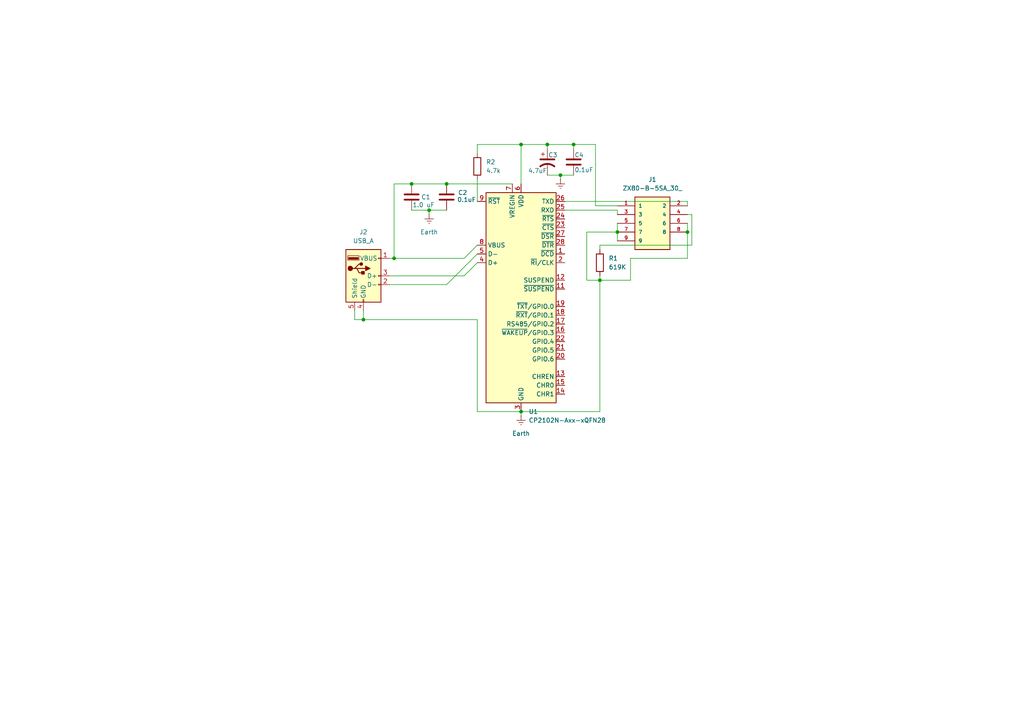
<source format=kicad_sch>
(kicad_sch
	(version 20231120)
	(generator "eeschema")
	(generator_version "8.0")
	(uuid "2a75766d-6ca4-4788-867c-f288d7e44885")
	(paper "A4")
	(title_block
		(title "Samsung UART Jig (619K Ohm Version)")
		(date "2024-06-23")
		(rev "1.0")
		(company "Otus9051")
	)
	(lib_symbols
		(symbol "Connector:USB_A"
			(pin_names
				(offset 1.016)
			)
			(exclude_from_sim no)
			(in_bom yes)
			(on_board yes)
			(property "Reference" "J"
				(at -5.08 11.43 0)
				(effects
					(font
						(size 1.27 1.27)
					)
					(justify left)
				)
			)
			(property "Value" "USB_A"
				(at -5.08 8.89 0)
				(effects
					(font
						(size 1.27 1.27)
					)
					(justify left)
				)
			)
			(property "Footprint" ""
				(at 3.81 -1.27 0)
				(effects
					(font
						(size 1.27 1.27)
					)
					(hide yes)
				)
			)
			(property "Datasheet" "~"
				(at 3.81 -1.27 0)
				(effects
					(font
						(size 1.27 1.27)
					)
					(hide yes)
				)
			)
			(property "Description" "USB Type A connector"
				(at 0 0 0)
				(effects
					(font
						(size 1.27 1.27)
					)
					(hide yes)
				)
			)
			(property "ki_keywords" "connector USB"
				(at 0 0 0)
				(effects
					(font
						(size 1.27 1.27)
					)
					(hide yes)
				)
			)
			(property "ki_fp_filters" "USB*"
				(at 0 0 0)
				(effects
					(font
						(size 1.27 1.27)
					)
					(hide yes)
				)
			)
			(symbol "USB_A_0_1"
				(rectangle
					(start -5.08 -7.62)
					(end 5.08 7.62)
					(stroke
						(width 0.254)
						(type default)
					)
					(fill
						(type background)
					)
				)
				(circle
					(center -3.81 2.159)
					(radius 0.635)
					(stroke
						(width 0.254)
						(type default)
					)
					(fill
						(type outline)
					)
				)
				(rectangle
					(start -1.524 4.826)
					(end -4.318 5.334)
					(stroke
						(width 0)
						(type default)
					)
					(fill
						(type outline)
					)
				)
				(rectangle
					(start -1.27 4.572)
					(end -4.572 5.842)
					(stroke
						(width 0)
						(type default)
					)
					(fill
						(type none)
					)
				)
				(circle
					(center -0.635 3.429)
					(radius 0.381)
					(stroke
						(width 0.254)
						(type default)
					)
					(fill
						(type outline)
					)
				)
				(rectangle
					(start -0.127 -7.62)
					(end 0.127 -6.858)
					(stroke
						(width 0)
						(type default)
					)
					(fill
						(type none)
					)
				)
				(polyline
					(pts
						(xy -3.175 2.159) (xy -2.54 2.159) (xy -1.27 3.429) (xy -0.635 3.429)
					)
					(stroke
						(width 0.254)
						(type default)
					)
					(fill
						(type none)
					)
				)
				(polyline
					(pts
						(xy -2.54 2.159) (xy -1.905 2.159) (xy -1.27 0.889) (xy 0 0.889)
					)
					(stroke
						(width 0.254)
						(type default)
					)
					(fill
						(type none)
					)
				)
				(polyline
					(pts
						(xy 0.635 2.794) (xy 0.635 1.524) (xy 1.905 2.159) (xy 0.635 2.794)
					)
					(stroke
						(width 0.254)
						(type default)
					)
					(fill
						(type outline)
					)
				)
				(rectangle
					(start 0.254 1.27)
					(end -0.508 0.508)
					(stroke
						(width 0.254)
						(type default)
					)
					(fill
						(type outline)
					)
				)
				(rectangle
					(start 5.08 -2.667)
					(end 4.318 -2.413)
					(stroke
						(width 0)
						(type default)
					)
					(fill
						(type none)
					)
				)
				(rectangle
					(start 5.08 -0.127)
					(end 4.318 0.127)
					(stroke
						(width 0)
						(type default)
					)
					(fill
						(type none)
					)
				)
				(rectangle
					(start 5.08 4.953)
					(end 4.318 5.207)
					(stroke
						(width 0)
						(type default)
					)
					(fill
						(type none)
					)
				)
			)
			(symbol "USB_A_1_1"
				(polyline
					(pts
						(xy -1.905 2.159) (xy 0.635 2.159)
					)
					(stroke
						(width 0.254)
						(type default)
					)
					(fill
						(type none)
					)
				)
				(pin power_in line
					(at 7.62 5.08 180)
					(length 2.54)
					(name "VBUS"
						(effects
							(font
								(size 1.27 1.27)
							)
						)
					)
					(number "1"
						(effects
							(font
								(size 1.27 1.27)
							)
						)
					)
				)
				(pin bidirectional line
					(at 7.62 -2.54 180)
					(length 2.54)
					(name "D-"
						(effects
							(font
								(size 1.27 1.27)
							)
						)
					)
					(number "2"
						(effects
							(font
								(size 1.27 1.27)
							)
						)
					)
				)
				(pin bidirectional line
					(at 7.62 0 180)
					(length 2.54)
					(name "D+"
						(effects
							(font
								(size 1.27 1.27)
							)
						)
					)
					(number "3"
						(effects
							(font
								(size 1.27 1.27)
							)
						)
					)
				)
				(pin power_in line
					(at 0 -10.16 90)
					(length 2.54)
					(name "GND"
						(effects
							(font
								(size 1.27 1.27)
							)
						)
					)
					(number "4"
						(effects
							(font
								(size 1.27 1.27)
							)
						)
					)
				)
				(pin passive line
					(at -2.54 -10.16 90)
					(length 2.54)
					(name "Shield"
						(effects
							(font
								(size 1.27 1.27)
							)
						)
					)
					(number "5"
						(effects
							(font
								(size 1.27 1.27)
							)
						)
					)
				)
			)
		)
		(symbol "Device:C"
			(pin_numbers hide)
			(pin_names
				(offset 0.254)
			)
			(exclude_from_sim no)
			(in_bom yes)
			(on_board yes)
			(property "Reference" "C"
				(at 0.635 2.54 0)
				(effects
					(font
						(size 1.27 1.27)
					)
					(justify left)
				)
			)
			(property "Value" "C"
				(at 0.635 -2.54 0)
				(effects
					(font
						(size 1.27 1.27)
					)
					(justify left)
				)
			)
			(property "Footprint" ""
				(at 0.9652 -3.81 0)
				(effects
					(font
						(size 1.27 1.27)
					)
					(hide yes)
				)
			)
			(property "Datasheet" "~"
				(at 0 0 0)
				(effects
					(font
						(size 1.27 1.27)
					)
					(hide yes)
				)
			)
			(property "Description" "Unpolarized capacitor"
				(at 0 0 0)
				(effects
					(font
						(size 1.27 1.27)
					)
					(hide yes)
				)
			)
			(property "ki_keywords" "cap capacitor"
				(at 0 0 0)
				(effects
					(font
						(size 1.27 1.27)
					)
					(hide yes)
				)
			)
			(property "ki_fp_filters" "C_*"
				(at 0 0 0)
				(effects
					(font
						(size 1.27 1.27)
					)
					(hide yes)
				)
			)
			(symbol "C_0_1"
				(polyline
					(pts
						(xy -2.032 -0.762) (xy 2.032 -0.762)
					)
					(stroke
						(width 0.508)
						(type default)
					)
					(fill
						(type none)
					)
				)
				(polyline
					(pts
						(xy -2.032 0.762) (xy 2.032 0.762)
					)
					(stroke
						(width 0.508)
						(type default)
					)
					(fill
						(type none)
					)
				)
			)
			(symbol "C_1_1"
				(pin passive line
					(at 0 3.81 270)
					(length 2.794)
					(name "~"
						(effects
							(font
								(size 1.27 1.27)
							)
						)
					)
					(number "1"
						(effects
							(font
								(size 1.27 1.27)
							)
						)
					)
				)
				(pin passive line
					(at 0 -3.81 90)
					(length 2.794)
					(name "~"
						(effects
							(font
								(size 1.27 1.27)
							)
						)
					)
					(number "2"
						(effects
							(font
								(size 1.27 1.27)
							)
						)
					)
				)
			)
		)
		(symbol "Device:C_Polarized_US"
			(pin_numbers hide)
			(pin_names
				(offset 0.254) hide)
			(exclude_from_sim no)
			(in_bom yes)
			(on_board yes)
			(property "Reference" "C"
				(at 0.635 2.54 0)
				(effects
					(font
						(size 1.27 1.27)
					)
					(justify left)
				)
			)
			(property "Value" "C_Polarized_US"
				(at 0.635 -2.54 0)
				(effects
					(font
						(size 1.27 1.27)
					)
					(justify left)
				)
			)
			(property "Footprint" ""
				(at 0 0 0)
				(effects
					(font
						(size 1.27 1.27)
					)
					(hide yes)
				)
			)
			(property "Datasheet" "~"
				(at 0 0 0)
				(effects
					(font
						(size 1.27 1.27)
					)
					(hide yes)
				)
			)
			(property "Description" "Polarized capacitor, US symbol"
				(at 0 0 0)
				(effects
					(font
						(size 1.27 1.27)
					)
					(hide yes)
				)
			)
			(property "ki_keywords" "cap capacitor"
				(at 0 0 0)
				(effects
					(font
						(size 1.27 1.27)
					)
					(hide yes)
				)
			)
			(property "ki_fp_filters" "CP_*"
				(at 0 0 0)
				(effects
					(font
						(size 1.27 1.27)
					)
					(hide yes)
				)
			)
			(symbol "C_Polarized_US_0_1"
				(polyline
					(pts
						(xy -2.032 0.762) (xy 2.032 0.762)
					)
					(stroke
						(width 0.508)
						(type default)
					)
					(fill
						(type none)
					)
				)
				(polyline
					(pts
						(xy -1.778 2.286) (xy -0.762 2.286)
					)
					(stroke
						(width 0)
						(type default)
					)
					(fill
						(type none)
					)
				)
				(polyline
					(pts
						(xy -1.27 1.778) (xy -1.27 2.794)
					)
					(stroke
						(width 0)
						(type default)
					)
					(fill
						(type none)
					)
				)
				(arc
					(start 2.032 -1.27)
					(mid 0 -0.5572)
					(end -2.032 -1.27)
					(stroke
						(width 0.508)
						(type default)
					)
					(fill
						(type none)
					)
				)
			)
			(symbol "C_Polarized_US_1_1"
				(pin passive line
					(at 0 3.81 270)
					(length 2.794)
					(name "~"
						(effects
							(font
								(size 1.27 1.27)
							)
						)
					)
					(number "1"
						(effects
							(font
								(size 1.27 1.27)
							)
						)
					)
				)
				(pin passive line
					(at 0 -3.81 90)
					(length 3.302)
					(name "~"
						(effects
							(font
								(size 1.27 1.27)
							)
						)
					)
					(number "2"
						(effects
							(font
								(size 1.27 1.27)
							)
						)
					)
				)
			)
		)
		(symbol "Device:R"
			(pin_numbers hide)
			(pin_names
				(offset 0)
			)
			(exclude_from_sim no)
			(in_bom yes)
			(on_board yes)
			(property "Reference" "R"
				(at 2.032 0 90)
				(effects
					(font
						(size 1.27 1.27)
					)
				)
			)
			(property "Value" "R"
				(at 0 0 90)
				(effects
					(font
						(size 1.27 1.27)
					)
				)
			)
			(property "Footprint" ""
				(at -1.778 0 90)
				(effects
					(font
						(size 1.27 1.27)
					)
					(hide yes)
				)
			)
			(property "Datasheet" "~"
				(at 0 0 0)
				(effects
					(font
						(size 1.27 1.27)
					)
					(hide yes)
				)
			)
			(property "Description" "Resistor"
				(at 0 0 0)
				(effects
					(font
						(size 1.27 1.27)
					)
					(hide yes)
				)
			)
			(property "ki_keywords" "R res resistor"
				(at 0 0 0)
				(effects
					(font
						(size 1.27 1.27)
					)
					(hide yes)
				)
			)
			(property "ki_fp_filters" "R_*"
				(at 0 0 0)
				(effects
					(font
						(size 1.27 1.27)
					)
					(hide yes)
				)
			)
			(symbol "R_0_1"
				(rectangle
					(start -1.016 -2.54)
					(end 1.016 2.54)
					(stroke
						(width 0.254)
						(type default)
					)
					(fill
						(type none)
					)
				)
			)
			(symbol "R_1_1"
				(pin passive line
					(at 0 3.81 270)
					(length 1.27)
					(name "~"
						(effects
							(font
								(size 1.27 1.27)
							)
						)
					)
					(number "1"
						(effects
							(font
								(size 1.27 1.27)
							)
						)
					)
				)
				(pin passive line
					(at 0 -3.81 90)
					(length 1.27)
					(name "~"
						(effects
							(font
								(size 1.27 1.27)
							)
						)
					)
					(number "2"
						(effects
							(font
								(size 1.27 1.27)
							)
						)
					)
				)
			)
		)
		(symbol "Interface_USB:CP2102N-Axx-xQFN28"
			(exclude_from_sim no)
			(in_bom yes)
			(on_board yes)
			(property "Reference" "U"
				(at -8.89 31.75 0)
				(effects
					(font
						(size 1.27 1.27)
					)
				)
			)
			(property "Value" "CP2102N-Axx-xQFN28"
				(at 12.7 31.75 0)
				(effects
					(font
						(size 1.27 1.27)
					)
				)
			)
			(property "Footprint" "Package_DFN_QFN:QFN-28-1EP_5x5mm_P0.5mm_EP3.35x3.35mm"
				(at 33.02 -31.75 0)
				(effects
					(font
						(size 1.27 1.27)
					)
					(hide yes)
				)
			)
			(property "Datasheet" "https://www.silabs.com/documents/public/data-sheets/cp2102n-datasheet.pdf"
				(at 1.27 -19.05 0)
				(effects
					(font
						(size 1.27 1.27)
					)
					(hide yes)
				)
			)
			(property "Description" "USB to UART master bridge, QFN-28"
				(at 0 0 0)
				(effects
					(font
						(size 1.27 1.27)
					)
					(hide yes)
				)
			)
			(property "ki_keywords" "USB UART bridge"
				(at 0 0 0)
				(effects
					(font
						(size 1.27 1.27)
					)
					(hide yes)
				)
			)
			(property "ki_fp_filters" "QFN*1EP*5x5mm*P0.5mm*"
				(at 0 0 0)
				(effects
					(font
						(size 1.27 1.27)
					)
					(hide yes)
				)
			)
			(symbol "CP2102N-Axx-xQFN28_0_1"
				(rectangle
					(start -10.16 30.48)
					(end 10.16 -30.48)
					(stroke
						(width 0.254)
						(type default)
					)
					(fill
						(type background)
					)
				)
			)
			(symbol "CP2102N-Axx-xQFN28_1_1"
				(pin input line
					(at 12.7 12.7 180)
					(length 2.54)
					(name "~{DCD}"
						(effects
							(font
								(size 1.27 1.27)
							)
						)
					)
					(number "1"
						(effects
							(font
								(size 1.27 1.27)
							)
						)
					)
				)
				(pin no_connect line
					(at -10.16 -27.94 0)
					(length 2.54) hide
					(name "NC"
						(effects
							(font
								(size 1.27 1.27)
							)
						)
					)
					(number "10"
						(effects
							(font
								(size 1.27 1.27)
							)
						)
					)
				)
				(pin output line
					(at 12.7 2.54 180)
					(length 2.54)
					(name "~{SUSPEND}"
						(effects
							(font
								(size 1.27 1.27)
							)
						)
					)
					(number "11"
						(effects
							(font
								(size 1.27 1.27)
							)
						)
					)
				)
				(pin output line
					(at 12.7 5.08 180)
					(length 2.54)
					(name "SUSPEND"
						(effects
							(font
								(size 1.27 1.27)
							)
						)
					)
					(number "12"
						(effects
							(font
								(size 1.27 1.27)
							)
						)
					)
				)
				(pin output line
					(at 12.7 -22.86 180)
					(length 2.54)
					(name "CHREN"
						(effects
							(font
								(size 1.27 1.27)
							)
						)
					)
					(number "13"
						(effects
							(font
								(size 1.27 1.27)
							)
						)
					)
				)
				(pin output line
					(at 12.7 -27.94 180)
					(length 2.54)
					(name "CHR1"
						(effects
							(font
								(size 1.27 1.27)
							)
						)
					)
					(number "14"
						(effects
							(font
								(size 1.27 1.27)
							)
						)
					)
				)
				(pin output line
					(at 12.7 -25.4 180)
					(length 2.54)
					(name "CHR0"
						(effects
							(font
								(size 1.27 1.27)
							)
						)
					)
					(number "15"
						(effects
							(font
								(size 1.27 1.27)
							)
						)
					)
				)
				(pin bidirectional line
					(at 12.7 -10.16 180)
					(length 2.54)
					(name "~{WAKEUP}/GPIO.3"
						(effects
							(font
								(size 1.27 1.27)
							)
						)
					)
					(number "16"
						(effects
							(font
								(size 1.27 1.27)
							)
						)
					)
				)
				(pin bidirectional line
					(at 12.7 -7.62 180)
					(length 2.54)
					(name "RS485/GPIO.2"
						(effects
							(font
								(size 1.27 1.27)
							)
						)
					)
					(number "17"
						(effects
							(font
								(size 1.27 1.27)
							)
						)
					)
				)
				(pin bidirectional line
					(at 12.7 -5.08 180)
					(length 2.54)
					(name "~{RXT}/GPIO.1"
						(effects
							(font
								(size 1.27 1.27)
							)
						)
					)
					(number "18"
						(effects
							(font
								(size 1.27 1.27)
							)
						)
					)
				)
				(pin bidirectional line
					(at 12.7 -2.54 180)
					(length 2.54)
					(name "~{TXT}/GPIO.0"
						(effects
							(font
								(size 1.27 1.27)
							)
						)
					)
					(number "19"
						(effects
							(font
								(size 1.27 1.27)
							)
						)
					)
				)
				(pin bidirectional line
					(at 12.7 10.16 180)
					(length 2.54)
					(name "~{RI}/CLK"
						(effects
							(font
								(size 1.27 1.27)
							)
						)
					)
					(number "2"
						(effects
							(font
								(size 1.27 1.27)
							)
						)
					)
				)
				(pin bidirectional line
					(at 12.7 -17.78 180)
					(length 2.54)
					(name "GPIO.6"
						(effects
							(font
								(size 1.27 1.27)
							)
						)
					)
					(number "20"
						(effects
							(font
								(size 1.27 1.27)
							)
						)
					)
				)
				(pin bidirectional line
					(at 12.7 -15.24 180)
					(length 2.54)
					(name "GPIO.5"
						(effects
							(font
								(size 1.27 1.27)
							)
						)
					)
					(number "21"
						(effects
							(font
								(size 1.27 1.27)
							)
						)
					)
				)
				(pin bidirectional line
					(at 12.7 -12.7 180)
					(length 2.54)
					(name "GPIO.4"
						(effects
							(font
								(size 1.27 1.27)
							)
						)
					)
					(number "22"
						(effects
							(font
								(size 1.27 1.27)
							)
						)
					)
				)
				(pin input line
					(at 12.7 20.32 180)
					(length 2.54)
					(name "~{CTS}"
						(effects
							(font
								(size 1.27 1.27)
							)
						)
					)
					(number "23"
						(effects
							(font
								(size 1.27 1.27)
							)
						)
					)
				)
				(pin output line
					(at 12.7 22.86 180)
					(length 2.54)
					(name "~{RTS}"
						(effects
							(font
								(size 1.27 1.27)
							)
						)
					)
					(number "24"
						(effects
							(font
								(size 1.27 1.27)
							)
						)
					)
				)
				(pin input line
					(at 12.7 25.4 180)
					(length 2.54)
					(name "RXD"
						(effects
							(font
								(size 1.27 1.27)
							)
						)
					)
					(number "25"
						(effects
							(font
								(size 1.27 1.27)
							)
						)
					)
				)
				(pin output line
					(at 12.7 27.94 180)
					(length 2.54)
					(name "TXD"
						(effects
							(font
								(size 1.27 1.27)
							)
						)
					)
					(number "26"
						(effects
							(font
								(size 1.27 1.27)
							)
						)
					)
				)
				(pin input line
					(at 12.7 17.78 180)
					(length 2.54)
					(name "~{DSR}"
						(effects
							(font
								(size 1.27 1.27)
							)
						)
					)
					(number "27"
						(effects
							(font
								(size 1.27 1.27)
							)
						)
					)
				)
				(pin output line
					(at 12.7 15.24 180)
					(length 2.54)
					(name "~{DTR}"
						(effects
							(font
								(size 1.27 1.27)
							)
						)
					)
					(number "28"
						(effects
							(font
								(size 1.27 1.27)
							)
						)
					)
				)
				(pin passive line
					(at 0 -33.02 90)
					(length 2.54) hide
					(name "GND"
						(effects
							(font
								(size 1.27 1.27)
							)
						)
					)
					(number "29"
						(effects
							(font
								(size 1.27 1.27)
							)
						)
					)
				)
				(pin power_in line
					(at 0 -33.02 90)
					(length 2.54)
					(name "GND"
						(effects
							(font
								(size 1.27 1.27)
							)
						)
					)
					(number "3"
						(effects
							(font
								(size 1.27 1.27)
							)
						)
					)
				)
				(pin bidirectional line
					(at -12.7 10.16 0)
					(length 2.54)
					(name "D+"
						(effects
							(font
								(size 1.27 1.27)
							)
						)
					)
					(number "4"
						(effects
							(font
								(size 1.27 1.27)
							)
						)
					)
				)
				(pin bidirectional line
					(at -12.7 12.7 0)
					(length 2.54)
					(name "D-"
						(effects
							(font
								(size 1.27 1.27)
							)
						)
					)
					(number "5"
						(effects
							(font
								(size 1.27 1.27)
							)
						)
					)
				)
				(pin power_in line
					(at 0 33.02 270)
					(length 2.54)
					(name "VDD"
						(effects
							(font
								(size 1.27 1.27)
							)
						)
					)
					(number "6"
						(effects
							(font
								(size 1.27 1.27)
							)
						)
					)
				)
				(pin power_in line
					(at -2.54 33.02 270)
					(length 2.54)
					(name "VREGIN"
						(effects
							(font
								(size 1.27 1.27)
							)
						)
					)
					(number "7"
						(effects
							(font
								(size 1.27 1.27)
							)
						)
					)
				)
				(pin input line
					(at -12.7 15.24 0)
					(length 2.54)
					(name "VBUS"
						(effects
							(font
								(size 1.27 1.27)
							)
						)
					)
					(number "8"
						(effects
							(font
								(size 1.27 1.27)
							)
						)
					)
				)
				(pin input line
					(at -12.7 27.94 0)
					(length 2.54)
					(name "~{RST}"
						(effects
							(font
								(size 1.27 1.27)
							)
						)
					)
					(number "9"
						(effects
							(font
								(size 1.27 1.27)
							)
						)
					)
				)
			)
		)
		(symbol "ZX80USB:ZX80-B-5SA_30_"
			(pin_names
				(offset 1.016)
			)
			(exclude_from_sim no)
			(in_bom yes)
			(on_board yes)
			(property "Reference" "J"
				(at 16.51 7.62 0)
				(effects
					(font
						(size 1.27 1.27)
					)
					(justify left)
				)
			)
			(property "Value" "ZX80-B-5SA_30_"
				(at 16.51 5.08 0)
				(effects
					(font
						(size 1.27 1.27)
					)
					(justify left)
				)
			)
			(property "Footprint" "ZX80-B-5SA_30_:ZX80B5SA30"
				(at 0 0 0)
				(effects
					(font
						(size 1.27 1.27)
					)
					(justify bottom)
					(hide yes)
				)
			)
			(property "Datasheet" ""
				(at 0 0 0)
				(effects
					(font
						(size 1.27 1.27)
					)
					(hide yes)
				)
			)
			(property "Description" ""
				(at 0 0 0)
				(effects
					(font
						(size 1.27 1.27)
					)
					(hide yes)
				)
			)
			(property "MANUFACTURER_NAME" "Hirose"
				(at 0 0 0)
				(effects
					(font
						(size 1.27 1.27)
					)
					(justify bottom)
					(hide yes)
				)
			)
			(property "MF" "Hirose Electric"
				(at 0 0 0)
				(effects
					(font
						(size 1.27 1.27)
					)
					(justify bottom)
					(hide yes)
				)
			)
			(property "MOUSER_PRICE-STOCK" "https://www.mouser.com/Search/Refine.aspx?Keyword=798-ZX80-B-5SA30"
				(at 0 0 0)
				(effects
					(font
						(size 1.27 1.27)
					)
					(justify bottom)
					(hide yes)
				)
			)
			(property "DESCRIPTION" "HIROSE(HRS) - ZX80-B-5SA(30) - MICRO USB, 2.0 TYPE B, PLUG, SMT/THT"
				(at 0 0 0)
				(effects
					(font
						(size 1.27 1.27)
					)
					(justify bottom)
					(hide yes)
				)
			)
			(property "MOUSER_PART_NUMBER" "798-ZX80-B-5SA30"
				(at 0 0 0)
				(effects
					(font
						(size 1.27 1.27)
					)
					(justify bottom)
					(hide yes)
				)
			)
			(property "Price" "None"
				(at 0 0 0)
				(effects
					(font
						(size 1.27 1.27)
					)
					(justify bottom)
					(hide yes)
				)
			)
			(property "Package" "None"
				(at 0 0 0)
				(effects
					(font
						(size 1.27 1.27)
					)
					(justify bottom)
					(hide yes)
				)
			)
			(property "Check_prices" "https://www.snapeda.com/parts/ZX80-B-5SA(30)/Hirose/view-part/?ref=eda"
				(at 0 0 0)
				(effects
					(font
						(size 1.27 1.27)
					)
					(justify bottom)
					(hide yes)
				)
			)
			(property "HEIGHT" "13mm"
				(at 0 0 0)
				(effects
					(font
						(size 1.27 1.27)
					)
					(justify bottom)
					(hide yes)
				)
			)
			(property "SnapEDA_Link" "https://www.snapeda.com/parts/ZX80-B-5SA(30)/Hirose/view-part/?ref=snap"
				(at 0 0 0)
				(effects
					(font
						(size 1.27 1.27)
					)
					(justify bottom)
					(hide yes)
				)
			)
			(property "MP" "ZX80-B-5SA(30)"
				(at 0 0 0)
				(effects
					(font
						(size 1.27 1.27)
					)
					(justify bottom)
					(hide yes)
				)
			)
			(property "Purchase-URL" "https://www.snapeda.com/api/url_track_click_mouser/?unipart_id=555331&manufacturer=Hirose Electric&part_name=ZX80-B-5SA(30)&search_term=zx80-b-5sa"
				(at 0 0 0)
				(effects
					(font
						(size 1.27 1.27)
					)
					(justify bottom)
					(hide yes)
				)
			)
			(property "Description_1" "\nUSB - micro B USB 2.0 Plug Connector 5 Position Surface Mount, Through Hole\n"
				(at 0 0 0)
				(effects
					(font
						(size 1.27 1.27)
					)
					(justify bottom)
					(hide yes)
				)
			)
			(property "Availability" "In Stock"
				(at 0 0 0)
				(effects
					(font
						(size 1.27 1.27)
					)
					(justify bottom)
					(hide yes)
				)
			)
			(property "MANUFACTURER_PART_NUMBER" "ZX80-B-5SA(30)"
				(at 0 0 0)
				(effects
					(font
						(size 1.27 1.27)
					)
					(justify bottom)
					(hide yes)
				)
			)
			(symbol "ZX80-B-5SA_30__0_0"
				(rectangle
					(start 5.08 -12.7)
					(end 15.24 2.54)
					(stroke
						(width 0.254)
						(type default)
					)
					(fill
						(type background)
					)
				)
				(pin bidirectional line
					(at 0 0 0)
					(length 5.08)
					(name "1"
						(effects
							(font
								(size 1.016 1.016)
							)
						)
					)
					(number "1"
						(effects
							(font
								(size 1.016 1.016)
							)
						)
					)
				)
				(pin bidirectional line
					(at 20.32 0 180)
					(length 5.08)
					(name "2"
						(effects
							(font
								(size 1.016 1.016)
							)
						)
					)
					(number "2"
						(effects
							(font
								(size 1.016 1.016)
							)
						)
					)
				)
				(pin bidirectional line
					(at 0 -2.54 0)
					(length 5.08)
					(name "3"
						(effects
							(font
								(size 1.016 1.016)
							)
						)
					)
					(number "3"
						(effects
							(font
								(size 1.016 1.016)
							)
						)
					)
				)
				(pin bidirectional line
					(at 20.32 -2.54 180)
					(length 5.08)
					(name "4"
						(effects
							(font
								(size 1.016 1.016)
							)
						)
					)
					(number "4"
						(effects
							(font
								(size 1.016 1.016)
							)
						)
					)
				)
				(pin bidirectional line
					(at 0 -5.08 0)
					(length 5.08)
					(name "5"
						(effects
							(font
								(size 1.016 1.016)
							)
						)
					)
					(number "5"
						(effects
							(font
								(size 1.016 1.016)
							)
						)
					)
				)
				(pin bidirectional line
					(at 20.32 -5.08 180)
					(length 5.08)
					(name "6"
						(effects
							(font
								(size 1.016 1.016)
							)
						)
					)
					(number "6"
						(effects
							(font
								(size 1.016 1.016)
							)
						)
					)
				)
				(pin bidirectional line
					(at 0 -7.62 0)
					(length 5.08)
					(name "7"
						(effects
							(font
								(size 1.016 1.016)
							)
						)
					)
					(number "7"
						(effects
							(font
								(size 1.016 1.016)
							)
						)
					)
				)
				(pin bidirectional line
					(at 20.32 -7.62 180)
					(length 5.08)
					(name "8"
						(effects
							(font
								(size 1.016 1.016)
							)
						)
					)
					(number "8"
						(effects
							(font
								(size 1.016 1.016)
							)
						)
					)
				)
				(pin bidirectional line
					(at 0 -10.16 0)
					(length 5.08)
					(name "9"
						(effects
							(font
								(size 1.016 1.016)
							)
						)
					)
					(number "9"
						(effects
							(font
								(size 1.016 1.016)
							)
						)
					)
				)
			)
		)
		(symbol "power:Earth"
			(power)
			(pin_numbers hide)
			(pin_names
				(offset 0) hide)
			(exclude_from_sim no)
			(in_bom yes)
			(on_board yes)
			(property "Reference" "#PWR"
				(at 0 -6.35 0)
				(effects
					(font
						(size 1.27 1.27)
					)
					(hide yes)
				)
			)
			(property "Value" "Earth"
				(at 0 -3.81 0)
				(effects
					(font
						(size 1.27 1.27)
					)
				)
			)
			(property "Footprint" ""
				(at 0 0 0)
				(effects
					(font
						(size 1.27 1.27)
					)
					(hide yes)
				)
			)
			(property "Datasheet" "~"
				(at 0 0 0)
				(effects
					(font
						(size 1.27 1.27)
					)
					(hide yes)
				)
			)
			(property "Description" "Power symbol creates a global label with name \"Earth\""
				(at 0 0 0)
				(effects
					(font
						(size 1.27 1.27)
					)
					(hide yes)
				)
			)
			(property "ki_keywords" "global ground gnd"
				(at 0 0 0)
				(effects
					(font
						(size 1.27 1.27)
					)
					(hide yes)
				)
			)
			(symbol "Earth_0_1"
				(polyline
					(pts
						(xy -0.635 -1.905) (xy 0.635 -1.905)
					)
					(stroke
						(width 0)
						(type default)
					)
					(fill
						(type none)
					)
				)
				(polyline
					(pts
						(xy -0.127 -2.54) (xy 0.127 -2.54)
					)
					(stroke
						(width 0)
						(type default)
					)
					(fill
						(type none)
					)
				)
				(polyline
					(pts
						(xy 0 -1.27) (xy 0 0)
					)
					(stroke
						(width 0)
						(type default)
					)
					(fill
						(type none)
					)
				)
				(polyline
					(pts
						(xy 1.27 -1.27) (xy -1.27 -1.27)
					)
					(stroke
						(width 0)
						(type default)
					)
					(fill
						(type none)
					)
				)
			)
			(symbol "Earth_1_1"
				(pin power_in line
					(at 0 0 270)
					(length 0)
					(name "~"
						(effects
							(font
								(size 1.27 1.27)
							)
						)
					)
					(number "1"
						(effects
							(font
								(size 1.27 1.27)
							)
						)
					)
				)
			)
		)
	)
	(junction
		(at 166.37 41.91)
		(diameter 0)
		(color 0 0 0 0)
		(uuid "0af64a8f-fe12-4482-b6c7-8a022b76ccae")
	)
	(junction
		(at 114.3 74.93)
		(diameter 0)
		(color 0 0 0 0)
		(uuid "0c698f8c-73e7-42c6-a3b6-24c5ca7cb322")
	)
	(junction
		(at 129.54 53.34)
		(diameter 0)
		(color 0 0 0 0)
		(uuid "2cd24a1f-5707-4169-84c2-9fe85450c8b3")
	)
	(junction
		(at 119.38 53.34)
		(diameter 0)
		(color 0 0 0 0)
		(uuid "36afcdec-a87f-4bd4-9030-8bfe796ced15")
	)
	(junction
		(at 151.13 41.91)
		(diameter 0)
		(color 0 0 0 0)
		(uuid "55a26c01-35be-4c26-8dd4-59c76fde5cfb")
	)
	(junction
		(at 173.99 81.28)
		(diameter 0)
		(color 0 0 0 0)
		(uuid "60e7e581-2aef-4d25-a5da-246c167cb85f")
	)
	(junction
		(at 158.75 41.91)
		(diameter 0)
		(color 0 0 0 0)
		(uuid "87a755d0-d1f5-4b4b-9541-e81e07044ebe")
	)
	(junction
		(at 151.13 119.38)
		(diameter 0)
		(color 0 0 0 0)
		(uuid "b2662833-58a6-4c98-853e-b7c85ab3e561")
	)
	(junction
		(at 162.56 50.8)
		(diameter 0)
		(color 0 0 0 0)
		(uuid "bac49955-9be3-49f6-bb90-ccd61a66d8dd")
	)
	(junction
		(at 124.46 60.96)
		(diameter 0)
		(color 0 0 0 0)
		(uuid "d366e6f1-ca43-47d9-9f16-51a160b669d8")
	)
	(junction
		(at 199.39 67.31)
		(diameter 0)
		(color 0 0 0 0)
		(uuid "e5f6ee13-c0ab-41e9-9069-5810a5b028c8")
	)
	(junction
		(at 179.07 67.31)
		(diameter 0)
		(color 0 0 0 0)
		(uuid "e754b74e-9962-4cd3-a3de-f0ced07c0739")
	)
	(junction
		(at 105.41 92.71)
		(diameter 0)
		(color 0 0 0 0)
		(uuid "facd747b-5aa3-4a19-8443-c48a611bf6f9")
	)
	(wire
		(pts
			(xy 163.83 60.96) (xy 179.07 60.96)
		)
		(stroke
			(width 0)
			(type default)
		)
		(uuid "011bc402-2498-4d42-96c4-aa36121e96fe")
	)
	(wire
		(pts
			(xy 114.3 74.93) (xy 114.3 53.34)
		)
		(stroke
			(width 0)
			(type default)
		)
		(uuid "03787b53-05cc-4e7d-bf43-8f7533dd421f")
	)
	(wire
		(pts
			(xy 179.07 60.96) (xy 179.07 62.23)
		)
		(stroke
			(width 0)
			(type default)
		)
		(uuid "06cbab31-dd4e-4884-8929-3b08436336d2")
	)
	(wire
		(pts
			(xy 138.43 41.91) (xy 151.13 41.91)
		)
		(stroke
			(width 0)
			(type default)
		)
		(uuid "07b97291-d089-436f-9799-24779d39d571")
	)
	(wire
		(pts
			(xy 129.54 82.55) (xy 138.43 73.66)
		)
		(stroke
			(width 0)
			(type default)
		)
		(uuid "0b1d394e-09a3-44cd-bc03-9c8056b3bc51")
	)
	(wire
		(pts
			(xy 200.66 71.12) (xy 173.99 71.12)
		)
		(stroke
			(width 0)
			(type default)
		)
		(uuid "0caf4065-1002-4df3-b9bd-afddc3f941eb")
	)
	(wire
		(pts
			(xy 172.72 59.69) (xy 179.07 59.69)
		)
		(stroke
			(width 0)
			(type default)
		)
		(uuid "12d02a85-be94-4d8b-8cf8-6c982f29013d")
	)
	(wire
		(pts
			(xy 158.75 50.8) (xy 162.56 50.8)
		)
		(stroke
			(width 0)
			(type default)
		)
		(uuid "13206fe2-73a7-4dc3-938b-97bf3f10d853")
	)
	(wire
		(pts
			(xy 173.99 80.01) (xy 173.99 81.28)
		)
		(stroke
			(width 0)
			(type default)
		)
		(uuid "1afc65ab-70cf-4ae7-a336-6f7f5050ddb9")
	)
	(wire
		(pts
			(xy 151.13 119.38) (xy 151.13 120.65)
		)
		(stroke
			(width 0)
			(type default)
		)
		(uuid "1d7a5d57-cb01-4112-84d4-9c9534ccdbfb")
	)
	(wire
		(pts
			(xy 182.88 74.93) (xy 182.88 81.28)
		)
		(stroke
			(width 0)
			(type default)
		)
		(uuid "1f8de52f-f71a-43c3-9296-c3fb26a95d9c")
	)
	(wire
		(pts
			(xy 199.39 67.31) (xy 199.39 74.93)
		)
		(stroke
			(width 0)
			(type default)
		)
		(uuid "22b4dc8b-1054-4fd0-a01a-2da6a9712efe")
	)
	(wire
		(pts
			(xy 170.18 67.31) (xy 170.18 81.28)
		)
		(stroke
			(width 0)
			(type default)
		)
		(uuid "2b566324-efbf-4f5d-876f-ddf5339f1106")
	)
	(wire
		(pts
			(xy 179.07 67.31) (xy 179.07 69.85)
		)
		(stroke
			(width 0)
			(type default)
		)
		(uuid "2f494fd5-d64a-4dbe-9f03-92cc097eb61b")
	)
	(wire
		(pts
			(xy 179.07 67.31) (xy 170.18 67.31)
		)
		(stroke
			(width 0)
			(type default)
		)
		(uuid "32f3c0ea-71cc-477b-830c-bcd15052b4bc")
	)
	(wire
		(pts
			(xy 162.56 50.8) (xy 166.37 50.8)
		)
		(stroke
			(width 0)
			(type default)
		)
		(uuid "35daa5ec-8a93-4db4-b63e-61efb86bf8be")
	)
	(wire
		(pts
			(xy 158.75 41.91) (xy 158.75 43.18)
		)
		(stroke
			(width 0)
			(type default)
		)
		(uuid "3f7cd218-7f56-493c-b9b8-7ea383f37c6b")
	)
	(wire
		(pts
			(xy 102.87 90.17) (xy 102.87 92.71)
		)
		(stroke
			(width 0)
			(type default)
		)
		(uuid "49693b11-5d7c-4489-928b-26e26b5c0ac6")
	)
	(wire
		(pts
			(xy 200.66 62.23) (xy 200.66 71.12)
		)
		(stroke
			(width 0)
			(type default)
		)
		(uuid "49c41cf5-9ad9-47c0-bf65-a8f4e317c7f9")
	)
	(wire
		(pts
			(xy 102.87 92.71) (xy 105.41 92.71)
		)
		(stroke
			(width 0)
			(type default)
		)
		(uuid "4fb3f353-45f4-466d-8391-473be4d63590")
	)
	(wire
		(pts
			(xy 199.39 64.77) (xy 199.39 67.31)
		)
		(stroke
			(width 0)
			(type default)
		)
		(uuid "5a380324-b700-4bc1-a9e9-181234d9ed42")
	)
	(wire
		(pts
			(xy 199.39 62.23) (xy 200.66 62.23)
		)
		(stroke
			(width 0)
			(type default)
		)
		(uuid "63718867-76b1-43d7-a56e-aa7e39681bac")
	)
	(wire
		(pts
			(xy 138.43 58.42) (xy 138.43 52.07)
		)
		(stroke
			(width 0)
			(type default)
		)
		(uuid "66688c26-7859-4441-9dec-cdb8bc34d6f5")
	)
	(wire
		(pts
			(xy 158.75 41.91) (xy 166.37 41.91)
		)
		(stroke
			(width 0)
			(type default)
		)
		(uuid "734d1e24-0350-4bd7-b697-d7e85d6a86bc")
	)
	(wire
		(pts
			(xy 163.83 58.42) (xy 199.39 58.42)
		)
		(stroke
			(width 0)
			(type default)
		)
		(uuid "79d40e27-d127-4baa-ab8e-1216b1b053bb")
	)
	(wire
		(pts
			(xy 138.43 119.38) (xy 151.13 119.38)
		)
		(stroke
			(width 0)
			(type default)
		)
		(uuid "7b7a4161-130e-4c43-8933-d21cd7ac6d25")
	)
	(wire
		(pts
			(xy 113.03 74.93) (xy 114.3 74.93)
		)
		(stroke
			(width 0)
			(type default)
		)
		(uuid "83ecc251-19d8-49ae-a3fe-11237a79289d")
	)
	(wire
		(pts
			(xy 173.99 81.28) (xy 182.88 81.28)
		)
		(stroke
			(width 0)
			(type default)
		)
		(uuid "87e3a071-4054-4735-ae2a-43c19e3558c2")
	)
	(wire
		(pts
			(xy 151.13 41.91) (xy 158.75 41.91)
		)
		(stroke
			(width 0)
			(type default)
		)
		(uuid "8c015217-aa23-4eca-955e-1215bafc2faa")
	)
	(wire
		(pts
			(xy 179.07 64.77) (xy 179.07 67.31)
		)
		(stroke
			(width 0)
			(type default)
		)
		(uuid "8ddc1ef7-73d2-40f2-a18c-c7e11839f91f")
	)
	(wire
		(pts
			(xy 173.99 81.28) (xy 173.99 119.38)
		)
		(stroke
			(width 0)
			(type default)
		)
		(uuid "90fcdc05-b4c0-4333-9467-9017f44edbd2")
	)
	(wire
		(pts
			(xy 105.41 90.17) (xy 105.41 92.71)
		)
		(stroke
			(width 0)
			(type default)
		)
		(uuid "925afa98-6f8f-4018-a526-64033d4e20d8")
	)
	(wire
		(pts
			(xy 119.38 60.96) (xy 124.46 60.96)
		)
		(stroke
			(width 0)
			(type default)
		)
		(uuid "98452e04-5e39-44da-8ad8-9ebde32bf0c5")
	)
	(wire
		(pts
			(xy 138.43 92.71) (xy 105.41 92.71)
		)
		(stroke
			(width 0)
			(type default)
		)
		(uuid "a9445b3f-9410-4ea1-8278-4ed872529172")
	)
	(wire
		(pts
			(xy 138.43 44.45) (xy 138.43 41.91)
		)
		(stroke
			(width 0)
			(type default)
		)
		(uuid "abc15401-58b3-4810-9326-30bad6feb5cb")
	)
	(wire
		(pts
			(xy 162.56 50.8) (xy 162.56 52.07)
		)
		(stroke
			(width 0)
			(type default)
		)
		(uuid "b1f117f8-fb73-4d09-9cc2-0488ea5df95f")
	)
	(wire
		(pts
			(xy 166.37 41.91) (xy 172.72 41.91)
		)
		(stroke
			(width 0)
			(type default)
		)
		(uuid "b29f55f1-a90f-4058-a285-cee8bde7308f")
	)
	(wire
		(pts
			(xy 170.18 81.28) (xy 173.99 81.28)
		)
		(stroke
			(width 0)
			(type default)
		)
		(uuid "b578201f-8b95-41b5-b0a6-532cb86eb82d")
	)
	(wire
		(pts
			(xy 134.62 80.01) (xy 138.43 76.2)
		)
		(stroke
			(width 0)
			(type default)
		)
		(uuid "c1c55e15-9b96-491c-a4d5-6887b8190043")
	)
	(wire
		(pts
			(xy 129.54 53.34) (xy 148.59 53.34)
		)
		(stroke
			(width 0)
			(type default)
		)
		(uuid "c236ae7e-6e5e-4e54-924a-069b606ac3e4")
	)
	(wire
		(pts
			(xy 172.72 41.91) (xy 172.72 59.69)
		)
		(stroke
			(width 0)
			(type default)
		)
		(uuid "c368dbf7-fb56-484f-8a4d-402e8fc1c1ed")
	)
	(wire
		(pts
			(xy 124.46 60.96) (xy 124.46 62.23)
		)
		(stroke
			(width 0)
			(type default)
		)
		(uuid "c65d06d0-0848-46e2-87a5-58b7bfec18af")
	)
	(wire
		(pts
			(xy 182.88 74.93) (xy 199.39 74.93)
		)
		(stroke
			(width 0)
			(type default)
		)
		(uuid "d0a258b8-9d6e-402e-bfdd-d623093ee625")
	)
	(wire
		(pts
			(xy 151.13 41.91) (xy 151.13 53.34)
		)
		(stroke
			(width 0)
			(type default)
		)
		(uuid "d58ea3f6-5d41-41fe-bcca-6f111c696df3")
	)
	(wire
		(pts
			(xy 114.3 53.34) (xy 119.38 53.34)
		)
		(stroke
			(width 0)
			(type default)
		)
		(uuid "d9923114-cb91-47aa-9f12-50618414cf9a")
	)
	(wire
		(pts
			(xy 119.38 53.34) (xy 129.54 53.34)
		)
		(stroke
			(width 0)
			(type default)
		)
		(uuid "e39d0412-4e95-4eda-a3e4-756daea0c569")
	)
	(wire
		(pts
			(xy 138.43 92.71) (xy 138.43 119.38)
		)
		(stroke
			(width 0)
			(type default)
		)
		(uuid "e4552af4-e0e1-4226-9a29-cb1b9ab5848f")
	)
	(wire
		(pts
			(xy 166.37 41.91) (xy 166.37 43.18)
		)
		(stroke
			(width 0)
			(type default)
		)
		(uuid "ed48bd7d-221a-4406-9b1d-4ddb42d4dd45")
	)
	(wire
		(pts
			(xy 151.13 119.38) (xy 173.99 119.38)
		)
		(stroke
			(width 0)
			(type default)
		)
		(uuid "ed93f527-3d83-4f09-94e6-231378fd4ee1")
	)
	(wire
		(pts
			(xy 173.99 71.12) (xy 173.99 72.39)
		)
		(stroke
			(width 0)
			(type default)
		)
		(uuid "f0b55c68-c2b9-4e83-a984-12393c56a03e")
	)
	(wire
		(pts
			(xy 134.62 74.93) (xy 138.43 71.12)
		)
		(stroke
			(width 0)
			(type default)
		)
		(uuid "f4db8af1-5af4-42e7-9dc0-5bee79fa0b00")
	)
	(wire
		(pts
			(xy 113.03 80.01) (xy 134.62 80.01)
		)
		(stroke
			(width 0)
			(type default)
		)
		(uuid "f7ac6ed5-9a1f-4e5f-b049-77eb0fa0c14e")
	)
	(wire
		(pts
			(xy 114.3 74.93) (xy 134.62 74.93)
		)
		(stroke
			(width 0)
			(type default)
		)
		(uuid "f9a201c0-93a2-44bc-9f9f-a886848559fe")
	)
	(wire
		(pts
			(xy 124.46 60.96) (xy 129.54 60.96)
		)
		(stroke
			(width 0)
			(type default)
		)
		(uuid "fb8a415e-7da5-4dd5-8af9-14301581ca4c")
	)
	(wire
		(pts
			(xy 199.39 58.42) (xy 199.39 59.69)
		)
		(stroke
			(width 0)
			(type default)
		)
		(uuid "ff449554-db0f-4996-849b-99aaaa6e1f37")
	)
	(wire
		(pts
			(xy 113.03 82.55) (xy 129.54 82.55)
		)
		(stroke
			(width 0)
			(type default)
		)
		(uuid "ff81aff0-df50-4c2d-83e1-db975709c820")
	)
	(symbol
		(lib_id "Device:C")
		(at 119.38 57.15 0)
		(unit 1)
		(exclude_from_sim no)
		(in_bom yes)
		(on_board yes)
		(dnp no)
		(uuid "022d5c50-a640-46a2-8876-1f338650c906")
		(property "Reference" "C1"
			(at 122.174 57.15 0)
			(effects
				(font
					(size 1.27 1.27)
				)
				(justify left)
			)
		)
		(property "Value" "1.0 uF"
			(at 119.634 59.436 0)
			(effects
				(font
					(size 1.27 1.27)
				)
				(justify left)
			)
		)
		(property "Footprint" "Capacitor_SMD:C_0201_0603Metric"
			(at 120.3452 60.96 0)
			(effects
				(font
					(size 1.27 1.27)
				)
				(hide yes)
			)
		)
		(property "Datasheet" "~"
			(at 119.38 57.15 0)
			(effects
				(font
					(size 1.27 1.27)
				)
				(hide yes)
			)
		)
		(property "Description" "Unpolarized capacitor"
			(at 119.38 57.15 0)
			(effects
				(font
					(size 1.27 1.27)
				)
				(hide yes)
			)
		)
		(property "LCSC" "C1848"
			(at 119.38 57.15 0)
			(effects
				(font
					(size 1.27 1.27)
				)
				(hide yes)
			)
		)
		(pin "1"
			(uuid "6e217547-e33b-481a-8068-0444da808aa7")
		)
		(pin "2"
			(uuid "4abe6f4d-6f8c-40d3-b24b-e50d92af0cb9")
		)
		(instances
			(project "usbjig"
				(path "/2a75766d-6ca4-4788-867c-f288d7e44885"
					(reference "C1")
					(unit 1)
				)
			)
		)
	)
	(symbol
		(lib_id "power:Earth")
		(at 162.56 52.07 0)
		(unit 1)
		(exclude_from_sim no)
		(in_bom yes)
		(on_board yes)
		(dnp no)
		(fields_autoplaced yes)
		(uuid "02cfb29f-da0d-4ea2-9ee3-614e8a4b26a8")
		(property "Reference" "#PWR03"
			(at 162.56 58.42 0)
			(effects
				(font
					(size 1.27 1.27)
				)
				(hide yes)
			)
		)
		(property "Value" "Earth"
			(at 162.56 57.15 0)
			(effects
				(font
					(size 1.27 1.27)
				)
				(hide yes)
			)
		)
		(property "Footprint" ""
			(at 162.56 52.07 0)
			(effects
				(font
					(size 1.27 1.27)
				)
				(hide yes)
			)
		)
		(property "Datasheet" "~"
			(at 162.56 52.07 0)
			(effects
				(font
					(size 1.27 1.27)
				)
				(hide yes)
			)
		)
		(property "Description" "Power symbol creates a global label with name \"Earth\""
			(at 162.56 52.07 0)
			(effects
				(font
					(size 1.27 1.27)
				)
				(hide yes)
			)
		)
		(pin "1"
			(uuid "83358d39-066d-42c5-ac8a-905e26e3d47d")
		)
		(instances
			(project "usbjig"
				(path "/2a75766d-6ca4-4788-867c-f288d7e44885"
					(reference "#PWR03")
					(unit 1)
				)
			)
		)
	)
	(symbol
		(lib_id "Interface_USB:CP2102N-Axx-xQFN28")
		(at 151.13 86.36 0)
		(unit 1)
		(exclude_from_sim no)
		(in_bom yes)
		(on_board yes)
		(dnp no)
		(fields_autoplaced yes)
		(uuid "21a806d5-bbb6-4712-bb55-6d39a4b7a013")
		(property "Reference" "U1"
			(at 153.3241 119.38 0)
			(effects
				(font
					(size 1.27 1.27)
				)
				(justify left)
			)
		)
		(property "Value" "CP2102N-Axx-xQFN28"
			(at 153.3241 121.92 0)
			(effects
				(font
					(size 1.27 1.27)
				)
				(justify left)
			)
		)
		(property "Footprint" "Package_DFN_QFN:QFN-28-1EP_5x5mm_P0.5mm_EP3.35x3.35mm"
			(at 184.15 118.11 0)
			(effects
				(font
					(size 1.27 1.27)
				)
				(hide yes)
			)
		)
		(property "Datasheet" "https://www.silabs.com/documents/public/data-sheets/cp2102n-datasheet.pdf"
			(at 152.4 105.41 0)
			(effects
				(font
					(size 1.27 1.27)
				)
				(hide yes)
			)
		)
		(property "Description" "USB to UART master bridge, QFN-28"
			(at 151.13 86.36 0)
			(effects
				(font
					(size 1.27 1.27)
				)
				(hide yes)
			)
		)
		(property "LCSC" "C964632"
			(at 151.13 86.36 0)
			(effects
				(font
					(size 1.27 1.27)
				)
				(hide yes)
			)
		)
		(pin "25"
			(uuid "53a74420-b747-429d-b62f-9e3c0e1f47ff")
		)
		(pin "7"
			(uuid "01455106-6bc9-47f5-808e-373c588724a0")
		)
		(pin "9"
			(uuid "bde89ec3-bdcf-487f-a9b0-5d4d089ca42e")
		)
		(pin "1"
			(uuid "1c8714d7-269b-4767-b0fd-7a1b0eb0d35f")
		)
		(pin "11"
			(uuid "cb6c3e8e-0c00-4535-afb3-c37bafa121a2")
		)
		(pin "14"
			(uuid "6c3e94ff-4825-4862-9996-2d75ef1337c2")
		)
		(pin "13"
			(uuid "34edf218-64fd-400e-86bd-a6c0efac318d")
		)
		(pin "10"
			(uuid "fd477e85-4655-4a93-bbef-ea97e191c468")
		)
		(pin "12"
			(uuid "7766a804-3c7d-4703-80a7-803af4294ccf")
		)
		(pin "8"
			(uuid "ff712c3a-7bb4-4f8e-9496-d4b8fe0a980b")
		)
		(pin "27"
			(uuid "cf19c754-1c01-4c27-bcae-fb9cab7784b3")
		)
		(pin "26"
			(uuid "bef3950c-3774-4902-9c17-00df5d0df885")
		)
		(pin "20"
			(uuid "1fd3f11d-eab1-45f7-b30e-672bc18800c9")
		)
		(pin "22"
			(uuid "a74d7cc0-5ec9-4385-b045-6cdb6ae1c338")
		)
		(pin "18"
			(uuid "a6c3722d-d9d5-4eb3-8503-beaf3b642d1d")
		)
		(pin "29"
			(uuid "bbf914f4-303c-4f2d-b36f-c24a7ce1a78e")
		)
		(pin "17"
			(uuid "636f74b3-3a87-46e5-bfe5-b1f9a7aabc8c")
		)
		(pin "15"
			(uuid "a214de8a-aeb5-4c78-94e0-b01109494be9")
		)
		(pin "16"
			(uuid "248fb82f-1bdc-41a0-971c-63c751c4c998")
		)
		(pin "2"
			(uuid "1cef877d-184b-4716-afb1-16e8be7ac6d4")
		)
		(pin "23"
			(uuid "f3766d02-f27d-41f9-9e1e-bcafcbd1d06d")
		)
		(pin "28"
			(uuid "8e3425e4-ce28-4dc8-9bfc-89593693e034")
		)
		(pin "6"
			(uuid "9828e3a9-1733-4c43-8212-3d27d330dd60")
		)
		(pin "4"
			(uuid "931dd86c-90ab-4ee2-84b4-5c73bbe70045")
		)
		(pin "21"
			(uuid "d191ce82-79e0-4984-93a7-4cc18a6d96ed")
		)
		(pin "5"
			(uuid "d6332ebe-4783-405c-883e-24fb264c7d25")
		)
		(pin "24"
			(uuid "d4de69be-ca17-4c03-bbbb-fd4a673aed21")
		)
		(pin "19"
			(uuid "e640e2fa-2e3e-4011-86cb-376540be00a3")
		)
		(pin "3"
			(uuid "750423ae-b7f0-4782-94bc-e2179aa47cb3")
		)
		(instances
			(project "usbjig"
				(path "/2a75766d-6ca4-4788-867c-f288d7e44885"
					(reference "U1")
					(unit 1)
				)
			)
		)
	)
	(symbol
		(lib_id "Device:R")
		(at 173.99 76.2 0)
		(unit 1)
		(exclude_from_sim no)
		(in_bom yes)
		(on_board yes)
		(dnp no)
		(fields_autoplaced yes)
		(uuid "63e9833a-6eac-43db-bdf6-b24af1c0a92a")
		(property "Reference" "R1"
			(at 176.53 74.9299 0)
			(effects
				(font
					(size 1.27 1.27)
				)
				(justify left)
			)
		)
		(property "Value" "619K"
			(at 176.53 77.4699 0)
			(effects
				(font
					(size 1.27 1.27)
				)
				(justify left)
			)
		)
		(property "Footprint" "Resistor_SMD:R_0201_0603Metric"
			(at 172.212 76.2 90)
			(effects
				(font
					(size 1.27 1.27)
				)
				(hide yes)
			)
		)
		(property "Datasheet" "~"
			(at 173.99 76.2 0)
			(effects
				(font
					(size 1.27 1.27)
				)
				(hide yes)
			)
		)
		(property "Description" "Resistor"
			(at 173.99 76.2 0)
			(effects
				(font
					(size 1.27 1.27)
				)
				(hide yes)
			)
		)
		(property "LCSC" "C3015991"
			(at 173.99 76.2 0)
			(effects
				(font
					(size 1.27 1.27)
				)
				(hide yes)
			)
		)
		(pin "2"
			(uuid "3c61f97e-194a-4e20-bc97-5bcffb8e68dc")
		)
		(pin "1"
			(uuid "784f4503-4a0f-4ff9-8265-47d53f910d6f")
		)
		(instances
			(project "usbjig"
				(path "/2a75766d-6ca4-4788-867c-f288d7e44885"
					(reference "R1")
					(unit 1)
				)
			)
		)
	)
	(symbol
		(lib_id "power:Earth")
		(at 124.46 62.23 0)
		(unit 1)
		(exclude_from_sim no)
		(in_bom yes)
		(on_board yes)
		(dnp no)
		(fields_autoplaced yes)
		(uuid "67d8e07d-a2c6-4c0f-b1c8-32ddb630f412")
		(property "Reference" "#PWR01"
			(at 124.46 68.58 0)
			(effects
				(font
					(size 1.27 1.27)
				)
				(hide yes)
			)
		)
		(property "Value" "Earth"
			(at 124.46 67.31 0)
			(effects
				(font
					(size 1.27 1.27)
				)
			)
		)
		(property "Footprint" ""
			(at 124.46 62.23 0)
			(effects
				(font
					(size 1.27 1.27)
				)
				(hide yes)
			)
		)
		(property "Datasheet" "~"
			(at 124.46 62.23 0)
			(effects
				(font
					(size 1.27 1.27)
				)
				(hide yes)
			)
		)
		(property "Description" "Power symbol creates a global label with name \"Earth\""
			(at 124.46 62.23 0)
			(effects
				(font
					(size 1.27 1.27)
				)
				(hide yes)
			)
		)
		(pin "1"
			(uuid "04c48463-82e8-4000-8268-6f21b0a60d5b")
		)
		(instances
			(project "usbjig"
				(path "/2a75766d-6ca4-4788-867c-f288d7e44885"
					(reference "#PWR01")
					(unit 1)
				)
			)
		)
	)
	(symbol
		(lib_id "ZX80USB:ZX80-B-5SA_30_")
		(at 179.07 59.69 0)
		(unit 1)
		(exclude_from_sim no)
		(in_bom yes)
		(on_board yes)
		(dnp no)
		(fields_autoplaced yes)
		(uuid "7efc7617-a0e3-4085-b99a-11ba5ba0fb67")
		(property "Reference" "J1"
			(at 189.23 52.07 0)
			(effects
				(font
					(size 1.27 1.27)
				)
			)
		)
		(property "Value" "ZX80-B-5SA_30_"
			(at 189.23 54.61 0)
			(effects
				(font
					(size 1.27 1.27)
				)
			)
		)
		(property "Footprint" "ZX80-B-5SA_30_:ZX80B5SA30"
			(at 179.07 59.69 0)
			(effects
				(font
					(size 1.27 1.27)
				)
				(justify bottom)
				(hide yes)
			)
		)
		(property "Datasheet" ""
			(at 179.07 59.69 0)
			(effects
				(font
					(size 1.27 1.27)
				)
				(hide yes)
			)
		)
		(property "Description" ""
			(at 179.07 59.69 0)
			(effects
				(font
					(size 1.27 1.27)
				)
				(hide yes)
			)
		)
		(property "LCSC" "C598212"
			(at 179.07 59.69 0)
			(effects
				(font
					(size 1.27 1.27)
				)
				(hide yes)
			)
		)
		(pin "3"
			(uuid "98748362-e3f3-43f8-9098-952f53000514")
		)
		(pin "4"
			(uuid "6a6f45b8-319e-465f-8c97-c070fce601ab")
		)
		(pin "7"
			(uuid "bc0f782b-b2e2-4748-aadd-1888f521ef6f")
		)
		(pin "8"
			(uuid "d1d4573c-de0b-4453-8a0f-d1fa3f591af4")
		)
		(pin "9"
			(uuid "2ab83f14-5fc5-4eaa-8f4c-e90a378ac38e")
		)
		(pin "1"
			(uuid "57716efb-58c6-44a2-b77b-c4cbb8ab95fa")
		)
		(pin "6"
			(uuid "1e6c0994-fcec-4e71-b46b-551cfc36a5ba")
		)
		(pin "5"
			(uuid "dfe9e5aa-825a-4b88-9674-a40637a4fd23")
		)
		(pin "2"
			(uuid "85fd3da2-844c-4bbc-bc63-dda65b45a334")
		)
		(instances
			(project "usbjig"
				(path "/2a75766d-6ca4-4788-867c-f288d7e44885"
					(reference "J1")
					(unit 1)
				)
			)
		)
	)
	(symbol
		(lib_id "Device:C")
		(at 166.37 46.99 0)
		(unit 1)
		(exclude_from_sim no)
		(in_bom yes)
		(on_board yes)
		(dnp no)
		(uuid "9be75810-e515-4515-a268-c19452eabf52")
		(property "Reference" "C4"
			(at 166.624 44.958 0)
			(effects
				(font
					(size 1.27 1.27)
				)
				(justify left)
			)
		)
		(property "Value" "0.1uF"
			(at 166.624 49.276 0)
			(effects
				(font
					(size 1.27 1.27)
				)
				(justify left)
			)
		)
		(property "Footprint" "Capacitor_SMD:CP_Elec_4x5.4"
			(at 167.3352 50.8 0)
			(effects
				(font
					(size 1.27 1.27)
				)
				(hide yes)
			)
		)
		(property "Datasheet" "~"
			(at 166.37 46.99 0)
			(effects
				(font
					(size 1.27 1.27)
				)
				(hide yes)
			)
		)
		(property "Description" "Unpolarized capacitor"
			(at 166.37 46.99 0)
			(effects
				(font
					(size 1.27 1.27)
				)
				(hide yes)
			)
		)
		(property "LCSC" "C271438"
			(at 166.37 46.99 0)
			(effects
				(font
					(size 1.27 1.27)
				)
				(hide yes)
			)
		)
		(pin "1"
			(uuid "58e719d4-8efc-4b77-806c-05988d0ec387")
		)
		(pin "2"
			(uuid "731b17dd-fe60-41d2-a587-ecdb0107c373")
		)
		(instances
			(project "usbjig"
				(path "/2a75766d-6ca4-4788-867c-f288d7e44885"
					(reference "C4")
					(unit 1)
				)
			)
		)
	)
	(symbol
		(lib_id "Device:R")
		(at 138.43 48.26 0)
		(unit 1)
		(exclude_from_sim no)
		(in_bom yes)
		(on_board yes)
		(dnp no)
		(fields_autoplaced yes)
		(uuid "ac085b7c-923c-49f2-b4d1-3ac103533255")
		(property "Reference" "R2"
			(at 140.97 46.9899 0)
			(effects
				(font
					(size 1.27 1.27)
				)
				(justify left)
			)
		)
		(property "Value" "4.7k"
			(at 140.97 49.5299 0)
			(effects
				(font
					(size 1.27 1.27)
				)
				(justify left)
			)
		)
		(property "Footprint" "Resistor_SMD:R_0201_0603Metric"
			(at 136.652 48.26 90)
			(effects
				(font
					(size 1.27 1.27)
				)
				(hide yes)
			)
		)
		(property "Datasheet" "~"
			(at 138.43 48.26 0)
			(effects
				(font
					(size 1.27 1.27)
				)
				(hide yes)
			)
		)
		(property "Description" "Resistor"
			(at 138.43 48.26 0)
			(effects
				(font
					(size 1.27 1.27)
				)
				(hide yes)
			)
		)
		(pin "1"
			(uuid "9001ad6b-e387-4075-9d0c-5f8abd15fe38")
		)
		(pin "2"
			(uuid "e7f3e267-7706-41ae-830a-83383ce0158a")
		)
		(instances
			(project "usbjig"
				(path "/2a75766d-6ca4-4788-867c-f288d7e44885"
					(reference "R2")
					(unit 1)
				)
			)
		)
	)
	(symbol
		(lib_id "Device:C")
		(at 129.54 57.15 0)
		(unit 1)
		(exclude_from_sim no)
		(in_bom yes)
		(on_board yes)
		(dnp no)
		(uuid "b6ee1176-12e2-4923-9466-bced1a0b1047")
		(property "Reference" "C2"
			(at 132.842 55.88 0)
			(effects
				(font
					(size 1.27 1.27)
				)
				(justify left)
			)
		)
		(property "Value" "0.1uF"
			(at 132.588 57.912 0)
			(effects
				(font
					(size 1.27 1.27)
				)
				(justify left)
			)
		)
		(property "Footprint" "Capacitor_SMD:CP_Elec_4x5.4"
			(at 130.5052 60.96 0)
			(effects
				(font
					(size 1.27 1.27)
				)
				(hide yes)
			)
		)
		(property "Datasheet" "~"
			(at 129.54 57.15 0)
			(effects
				(font
					(size 1.27 1.27)
				)
				(hide yes)
			)
		)
		(property "Description" "Unpolarized capacitor"
			(at 129.54 57.15 0)
			(effects
				(font
					(size 1.27 1.27)
				)
				(hide yes)
			)
		)
		(property "LCSC" "C271438"
			(at 129.54 57.15 0)
			(effects
				(font
					(size 1.27 1.27)
				)
				(hide yes)
			)
		)
		(pin "1"
			(uuid "4526eddb-2851-4259-9410-c431548c534c")
		)
		(pin "2"
			(uuid "62d75c64-b7a6-4148-9046-2859169298c0")
		)
		(instances
			(project "usbjig"
				(path "/2a75766d-6ca4-4788-867c-f288d7e44885"
					(reference "C2")
					(unit 1)
				)
			)
		)
	)
	(symbol
		(lib_id "Device:C_Polarized_US")
		(at 158.75 46.99 0)
		(unit 1)
		(exclude_from_sim no)
		(in_bom yes)
		(on_board yes)
		(dnp no)
		(uuid "bbb6ce39-41f6-4c68-9c27-0dd20782b337")
		(property "Reference" "C3"
			(at 159.004 44.958 0)
			(effects
				(font
					(size 1.27 1.27)
				)
				(justify left)
			)
		)
		(property "Value" "4.7uF"
			(at 153.162 49.53 0)
			(effects
				(font
					(size 1.27 1.27)
				)
				(justify left)
			)
		)
		(property "Footprint" "Capacitor_SMD:CP_Elec_4x5.4"
			(at 158.75 46.99 0)
			(effects
				(font
					(size 1.27 1.27)
				)
				(hide yes)
			)
		)
		(property "Datasheet" "~"
			(at 158.75 46.99 0)
			(effects
				(font
					(size 1.27 1.27)
				)
				(hide yes)
			)
		)
		(property "Description" "Polarized capacitor, US symbol"
			(at 158.75 46.99 0)
			(effects
				(font
					(size 1.27 1.27)
				)
				(hide yes)
			)
		)
		(property "LCSC" "C271399"
			(at 158.75 46.99 0)
			(effects
				(font
					(size 1.27 1.27)
				)
				(hide yes)
			)
		)
		(pin "2"
			(uuid "66a3f7ee-2d57-42ed-90d6-20f07cef50c7")
		)
		(pin "1"
			(uuid "cb0dfba9-ecdd-4ad2-9eda-ddad4f175e0e")
		)
		(instances
			(project "usbjig"
				(path "/2a75766d-6ca4-4788-867c-f288d7e44885"
					(reference "C3")
					(unit 1)
				)
			)
		)
	)
	(symbol
		(lib_id "power:Earth")
		(at 151.13 120.65 0)
		(unit 1)
		(exclude_from_sim no)
		(in_bom yes)
		(on_board yes)
		(dnp no)
		(fields_autoplaced yes)
		(uuid "cbe0ace4-3cb6-4cb8-9e2d-f55ae4fb0386")
		(property "Reference" "#PWR02"
			(at 151.13 127 0)
			(effects
				(font
					(size 1.27 1.27)
				)
				(hide yes)
			)
		)
		(property "Value" "Earth"
			(at 151.13 125.73 0)
			(effects
				(font
					(size 1.27 1.27)
				)
			)
		)
		(property "Footprint" ""
			(at 151.13 120.65 0)
			(effects
				(font
					(size 1.27 1.27)
				)
				(hide yes)
			)
		)
		(property "Datasheet" "~"
			(at 151.13 120.65 0)
			(effects
				(font
					(size 1.27 1.27)
				)
				(hide yes)
			)
		)
		(property "Description" "Power symbol creates a global label with name \"Earth\""
			(at 151.13 120.65 0)
			(effects
				(font
					(size 1.27 1.27)
				)
				(hide yes)
			)
		)
		(pin "1"
			(uuid "a64afc7f-3e10-43f5-bc8a-29fde99b779e")
		)
		(instances
			(project "usbjig"
				(path "/2a75766d-6ca4-4788-867c-f288d7e44885"
					(reference "#PWR02")
					(unit 1)
				)
			)
		)
	)
	(symbol
		(lib_id "Connector:USB_A")
		(at 105.41 80.01 0)
		(unit 1)
		(exclude_from_sim no)
		(in_bom yes)
		(on_board yes)
		(dnp no)
		(fields_autoplaced yes)
		(uuid "da51120d-e515-49ca-9f99-31523ceed451")
		(property "Reference" "J2"
			(at 105.41 67.31 0)
			(effects
				(font
					(size 1.27 1.27)
				)
			)
		)
		(property "Value" "USB_A"
			(at 105.41 69.85 0)
			(effects
				(font
					(size 1.27 1.27)
				)
			)
		)
		(property "Footprint" "Connector_USB:USB_A_Molex_67643_Horizontal"
			(at 109.22 81.28 0)
			(effects
				(font
					(size 1.27 1.27)
				)
				(hide yes)
			)
		)
		(property "Datasheet" "~"
			(at 109.22 81.28 0)
			(effects
				(font
					(size 1.27 1.27)
				)
				(hide yes)
			)
		)
		(property "Description" "USB Type A connector"
			(at 105.41 80.01 0)
			(effects
				(font
					(size 1.27 1.27)
				)
				(hide yes)
			)
		)
		(property "LCSC" "C293351"
			(at 105.41 80.01 0)
			(effects
				(font
					(size 1.27 1.27)
				)
				(hide yes)
			)
		)
		(pin "4"
			(uuid "8f3c6dd0-002c-46a7-9a0a-0c3f4210ce48")
		)
		(pin "5"
			(uuid "acfe1418-ec5e-4776-99c1-f6f142cc6198")
		)
		(pin "2"
			(uuid "f2b7d9ac-f799-44f6-bfda-11c6357eb24f")
		)
		(pin "1"
			(uuid "72c9d2d7-d9b0-4267-a887-bd035b675b3f")
		)
		(pin "3"
			(uuid "3dd6f3c7-19bd-41a7-b62f-ca4536af6e25")
		)
		(instances
			(project "usbjig"
				(path "/2a75766d-6ca4-4788-867c-f288d7e44885"
					(reference "J2")
					(unit 1)
				)
			)
		)
	)
	(sheet_instances
		(path "/"
			(page "1")
		)
	)
)

</source>
